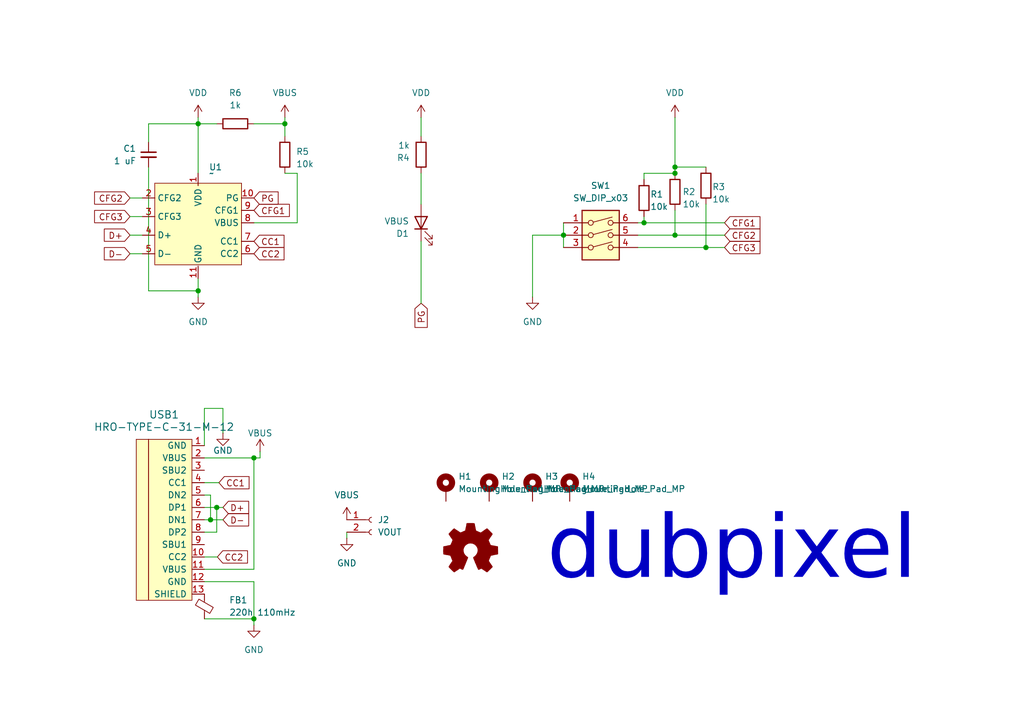
<source format=kicad_sch>
(kicad_sch (version 20231120) (generator "eeschema") (generator_version "8.0")
  (paper "A5")
  (lib_symbols
    (symbol "Connector:Conn_01x02_Socket" (pin_names (offset 1.016) hide)
      (property "Reference" "J" (at 0 2.54 0))
      (property "Value" "Conn_01x02_Socket" (at 0 -5.08 0))
      (symbol "Conn_01x02_Socket_1_1"
        (arc (start 0 -2.032) (mid -0.5058 -2.54) (end 0 -3.048) (stroke (width 0.1524)))
        (polyline (pts (xy -1.27 -2.54) (xy -0.508 -2.54)) (stroke (width 0.1524)))
        (polyline (pts (xy -1.27 0) (xy -0.508 0)) (stroke (width 0.1524)))
        (arc (start 0 0.508) (mid -0.5058 0) (end 0 -0.508) (stroke (width 0.1524)))
        (pin passive line (at -5.08 0 0) (length 3.81) (name "Pin_1") (number "1"))
        (pin passive line (at -5.08 -2.54 0) (length 3.81) (name "Pin_2") (number "2"))
      )
    )
    (symbol "DPX_IC:CH224K"
      (property "Reference" "U" (at 0 0 0))
      (symbol "CH224K_1_1"
        (rectangle (start -8.89 8.128) (end 8.89 -8.636) (fill (type background)))
        (pin input line (at 0 10.16 270) (length 2.54) (name "VDD") (number "1"))
        (pin input line (at 11.43 5.08 180) (length 2.54) (name "PG") (number "10"))
        (pin bidirectional line (at 0 -11.43 90) (length 2.54) (name "GND") (number "11"))
        (pin input line (at -11.43 5.08 0) (length 2.54) (name "CFG2") (number "2"))
        (pin input line (at -11.43 1.27 0) (length 2.54) (name "CFG3") (number "3"))
        (pin input line (at -11.43 -2.54 0) (length 2.54) (name "D+") (number "4"))
        (pin input line (at -11.43 -6.35 0) (length 2.54) (name "D-") (number "5"))
        (pin input line (at 11.43 -6.35 180) (length 2.54) (name "CC2") (number "6"))
        (pin input line (at 11.43 -3.81 180) (length 2.54) (name "CC1") (number "7"))
        (pin bidirectional line (at 11.43 0 180) (length 2.54) (name "VBUS") (number "8"))
        (pin input line (at 11.43 2.54 180) (length 2.54) (name "CFG1") (number "9"))
      )
    )
    (symbol "DPX_POOP:C_Small" (pin_numbers hide) (pin_names (offset 0.254) hide)
      (property "Reference" "C" (at 0.254 1.778 0))
      (property "Value" "C_Small" (at 0.254 -2.032 0))
      (symbol "C_Small_0_1"
        (polyline (pts (xy -1.524 -0.508) (xy 1.524 -0.508)) (stroke (width 0.3302)))
        (polyline (pts (xy -1.524 0.508) (xy 1.524 0.508)) (stroke (width 0.3048)))
      )
      (symbol "C_Small_1_1"
        (pin passive line (at 0 2.54 270) (length 2.032) (name "~") (number "1"))
        (pin passive line (at 0 -2.54 90) (length 2.032) (name "~") (number "2"))
      )
    )
    (symbol "DPX_USB:HRO-TYPE-C-31-M-12" (pin_names (offset 1.016))
      (property "Reference" "USB" (at -5.08 16.51 0))
      (property "Value" "HRO-TYPE-C-31-M-12" (at -10.16 -1.27 90))
      (symbol "HRO-TYPE-C-31-M-12_0_1"
        (rectangle (start -11.43 15.24) (end -8.89 -17.78) (fill (type background)))
        (rectangle (start 0 -17.78) (end -8.89 15.24) (fill (type background)))
      )
      (symbol "HRO-TYPE-C-31-M-12_1_1"
        (pin input line (at 2.54 13.97 180) (length 2.54) (name "GND") (number "1"))
        (pin input line (at 2.54 -8.89 180) (length 2.54) (name "CC2") (number "10"))
        (pin input line (at 2.54 -11.43 180) (length 2.54) (name "VBUS") (number "11"))
        (pin input line (at 2.54 -13.97 180) (length 2.54) (name "GND") (number "12"))
        (pin input line (at 2.54 -16.51 180) (length 2.54) (name "SHIELD") (number "13"))
        (pin input line (at 2.54 11.43 180) (length 2.54) (name "VBUS") (number "2"))
        (pin input line (at 2.54 8.89 180) (length 2.54) (name "SBU2") (number "3"))
        (pin input line (at 2.54 6.35 180) (length 2.54) (name "CC1") (number "4"))
        (pin input line (at 2.54 3.81 180) (length 2.54) (name "DN2") (number "5"))
        (pin input line (at 2.54 1.27 180) (length 2.54) (name "DP1") (number "6"))
        (pin input line (at 2.54 -1.27 180) (length 2.54) (name "DN1") (number "7"))
        (pin input line (at 2.54 -3.81 180) (length 2.54) (name "DP2") (number "8"))
        (pin input line (at 2.54 -6.35 180) (length 2.54) (name "SBU1") (number "9"))
      )
    )
    (symbol "Device:FerriteBead_Small" (pin_numbers hide) (pin_names (offset 0))
      (property "Reference" "FB" (at 1.905 1.27 0))
      (property "Value" "FerriteBead_Small" (at 1.905 -1.27 0))
      (symbol "FerriteBead_Small_0_1"
        (polyline (pts (xy 0 -1.27) (xy 0 -0.7874)))
        (polyline (pts (xy 0 0.889) (xy 0 1.2954)))
        (polyline (pts (xy -1.8288 0.2794) (xy -1.1176 1.4986) (xy 1.8288 -0.2032) (xy 1.1176 -1.4224) (xy -1.8288 0.2794)))
      )
      (symbol "FerriteBead_Small_1_1"
        (pin passive line (at 0 2.54 270) (length 1.27) (name "~") (number "1"))
        (pin passive line (at 0 -2.54 90) (length 1.27) (name "~") (number "2"))
      )
    )
    (symbol "Device:LED" (pin_numbers hide) (pin_names (offset 1.016) hide)
      (property "Reference" "D" (at 0 2.54 0))
      (property "Value" "LED" (at 0 -2.54 0))
      (symbol "LED_0_1"
        (polyline (pts (xy -1.27 -1.27) (xy -1.27 1.27)) (stroke (width 0.254)))
        (polyline (pts (xy -1.27 0) (xy 1.27 0)))
        (polyline (pts (xy 1.27 -1.27) (xy 1.27 1.27) (xy -1.27 0) (xy 1.27 -1.27)) (stroke (width 0.254)))
        (polyline (pts (xy -3.048 -0.762) (xy -4.572 -2.286) (xy -3.81 -2.286) (xy -4.572 -2.286) (xy -4.572 -1.524)))
        (polyline (pts (xy -1.778 -0.762) (xy -3.302 -2.286) (xy -2.54 -2.286) (xy -3.302 -2.286) (xy -3.302 -1.524)))
      )
      (symbol "LED_1_1"
        (pin passive line (at -3.81 0 0) (length 2.54) (name "K") (number "1"))
        (pin passive line (at 3.81 0 180) (length 2.54) (name "A") (number "2"))
      )
    )
    (symbol "Device:R" (pin_numbers hide) (pin_names (offset 0))
      (property "Reference" "R" (at 2.032 0 90))
      (property "Value" "R" (at 0 0 90))
      (symbol "R_0_1"
        (rectangle (start -1.016 -2.54) (end 1.016 2.54) (stroke (width 0.254)))
      )
      (symbol "R_1_1"
        (pin passive line (at 0 3.81 270) (length 1.27) (name "~") (number "1"))
        (pin passive line (at 0 -3.81 90) (length 1.27) (name "~") (number "2"))
      )
    )
    (symbol "Graphic:Logo_Open_Hardware_Small" (in_bom no) (on_board no)
      (symbol "Logo_Open_Hardware_Small_0_1"
        (polyline (pts (xy 3.3528 -4.3434) (xy 3.302 -4.318) (xy 3.175 -4.2418) (xy 2.9972 -4.1148) (xy 2.7686 -3.9624) (xy 2.54 -3.81) (xy 2.3622 -3.7084) (xy 2.2352 -3.6068) (xy 2.1844 -3.5814) (xy 2.159 -3.6068) (xy 2.0574 -3.6576) (xy 1.905 -3.7338) (xy 1.8034 -3.7846) (xy 1.6764 -3.8354) (xy 1.6002 -3.8354) (xy 1.6002 -3.8354) (xy 1.5494 -3.7338) (xy 1.4732 -3.5306) (xy 1.3462 -3.302) (xy 1.2446 -3.0226) (xy 1.1176 -2.7178) (xy 0.9652 -2.413) (xy 0.8636 -2.1082) (xy 0.7366 -1.8288) (xy 0.6604 -1.6256) (xy 0.6096 -1.4732) (xy 0.5842 -1.397) (xy 0.5842 -1.397) (xy 0.6604 -1.3208) (xy 0.7874 -1.2446) (xy 1.0414 -1.016) (xy 1.2954 -0.6858) (xy 1.4478 -0.3302) (xy 1.524 0.0762) (xy 1.4732 0.4572) (xy 1.3208 0.8128) (xy 1.0668 1.143) (xy 0.762 1.3716) (xy 0.4064 1.524) (xy 0 1.5748) (xy -0.381 1.5494) (xy -0.7366 1.397) (xy -1.0668 1.143) (xy -1.2192 0.9906) (xy -1.397 0.6604) (xy -1.524 0.3048) (xy -1.524 0.2286) (xy -1.4986 -0.1778) (xy -1.397 -0.5334) (xy -1.1938 -0.8636) (xy -0.9144 -1.143) (xy -0.8636 -1.1684) (xy -0.7366 -1.27) (xy -0.635 -1.3462) (xy -0.5842 -1.397) (xy -1.0668 -2.5908) (xy -1.143 -2.794) (xy -1.2954 -3.1242) (xy -1.397 -3.4036) (xy -1.4986 -3.6322) (xy -1.5748 -3.7846) (xy -1.6002 -3.8354) (xy -1.6002 -3.8354) (xy -1.651 -3.8354) (xy -1.7272 -3.81) (xy -1.905 -3.7338) (xy -2.0066 -3.683) (xy -2.1336 -3.6068) (xy -2.2098 -3.5814) (xy -2.2606 -3.6068) (xy -2.3622 -3.683) (xy -2.54 -3.81) (xy -2.7686 -3.9624) (xy -2.9718 -4.0894) (xy -3.1496 -4.2164) (xy -3.302 -4.318) (xy -3.3528 -4.3434) (xy -3.3782 -4.3434) (xy -3.429 -4.318) (xy -3.5306 -4.2164) (xy -3.7084 -4.064) (xy -3.937 -3.8354) (xy -3.9624 -3.81) (xy -4.1656 -3.6068) (xy -4.318 -3.4544) (xy -4.4196 -3.3274) (xy -4.445 -3.2766) (xy -4.445 -3.2766) (xy -4.4196 -3.2258) (xy -4.318 -3.0734) (xy -4.2164 -2.8956) (xy -4.064 -2.667) (xy -3.6576 -2.0828) (xy -3.8862 -1.5494) (xy -3.937 -1.3716) (xy -4.0386 -1.1684) (xy -4.0894 -1.0414) (xy -4.1148 -0.9652) (xy -4.191 -0.9398) (xy -4.318 -0.9144) (xy -4.5466 -0.8636) (xy -4.8006 -0.8128) (xy -5.0546 -0.7874) (xy -5.2578 -0.7366) (xy -5.4356 -0.7112) (xy -5.5118 -0.6858) (xy -5.5118 -0.6858) (xy -5.5372 -0.635) (xy -5.5372 -0.5588) (xy -5.5372 -0.4318) (xy -5.5626 -0.2286) (xy -5.5626 0.0762) (xy -5.5626 0.127) (xy -5.5372 0.4064) (xy -5.5372 0.635) (xy -5.5372 0.762) (xy -5.5372 0.8382) (xy -5.5372 0.8382) (xy -5.461 0.8382) (xy -5.3086 0.889) (xy -5.08 0.9144) (xy -4.826 0.9652) (xy -4.8006 0.9906) (xy -4.5466 1.0414) (xy -4.318 1.0668) (xy -4.1656 1.1176) (xy -4.0894 1.143) (xy -4.0894 1.143) (xy -4.0386 1.2446) (xy -3.9624 1.4224) (xy -3.8608 1.6256) (xy -3.7846 1.8288) (xy -3.7084 2.0066) (xy -3.6576 2.159) (xy -3.6322 2.2098) (xy -3.6322 2.2098) (xy -3.683 2.286) (xy -3.7592 2.413) (xy -3.8862 2.5908) (xy -4.064 2.8194) (xy -4.064 2.8448) (xy -4.2164 3.0734) (xy -4.3434 3.2512) (xy -4.4196 3.3782) (xy -4.445 3.4544) (xy -4.445 3.4544) (xy -4.3942 3.5052) (xy -4.2926 3.6322) (xy -4.1148 3.81) (xy -3.937 4.0132) (xy -3.8608 4.064) (xy -3.6576 4.2926) (xy -3.5052 4.4196) (xy -3.4036 4.4958) (xy -3.3528 4.5212) (xy -3.3528 4.5212) (xy -3.302 4.4704) (xy -3.1496 4.3688) (xy -2.9718 4.2418) (xy -2.7432 4.0894) (xy -2.7178 4.0894) (xy -2.4892 3.937) (xy -2.3114 3.81) (xy -2.1844 3.7084) (xy -2.1336 3.683) (xy -2.1082 3.683) (xy -2.032 3.7084) (xy -1.8542 3.7592) (xy -1.6764 3.8354) (xy -1.4732 3.937) (xy -1.27 4.0132) (xy -1.143 4.064) (xy -1.0668 4.1148) (xy -1.0668 4.1148) (xy -1.0414 4.191) (xy -1.016 4.3434) (xy -0.9652 4.572) (xy -0.9144 4.8514) (xy -0.889 4.9022) (xy -0.8382 5.1562) (xy -0.8128 5.3848) (xy -0.7874 5.5372) (xy -0.762 5.588) (xy -0.7112 5.6134) (xy -0.5842 5.6134) (xy -0.4064 5.6134) (xy -0.1524 5.6134) (xy 0.0762 5.6134) (xy 0.3302 5.6134) (xy 0.5334 5.6134) (xy 0.6858 5.588) (xy 0.7366 5.588) (xy 0.7366 5.588) (xy 0.762 5.5118) (xy 0.8128 5.334) (xy 0.8382 5.1054) (xy 0.9144 4.826) (xy 0.9144 4.7752) (xy 0.9652 4.5212) (xy 1.016 4.2926) (xy 1.0414 4.1402) (xy 1.0668 4.0894) (xy 1.0668 4.0894) (xy 1.1938 4.0386) (xy 1.3716 3.9624) (xy 1.5748 3.8608) (xy 2.0828 3.6576) (xy 2.7178 4.0894) (xy 2.7686 4.1402) (xy 2.9972 4.2926) (xy 3.175 4.4196) (xy 3.302 4.4958) (xy 3.3782 4.5212) (xy 3.3782 4.5212) (xy 3.429 4.4704) (xy 3.556 4.3434) (xy 3.7338 4.191) (xy 3.9116 3.9878) (xy 4.064 3.8354) (xy 4.2418 3.6576) (xy 4.3434 3.556) (xy 4.4196 3.4798) (xy 4.4196 3.429) (xy 4.4196 3.4036) (xy 4.3942 3.3274) (xy 4.2926 3.2004) (xy 4.1656 2.9972) (xy 4.0132 2.794) (xy 3.8862 2.5908) (xy 3.7592 2.3876) (xy 3.6576 2.2352) (xy 3.6322 2.159) (xy 3.6322 2.1336) (xy 3.683 2.0066) (xy 3.7592 1.8288) (xy 3.8608 1.6002) (xy 4.064 1.1176) (xy 4.3942 1.0414) (xy 4.5974 1.016) (xy 4.8768 0.9652) (xy 5.1308 0.9144) (xy 5.5372 0.8382) (xy 5.5626 -0.6604) (xy 5.4864 -0.6858) (xy 5.4356 -0.6858) (xy 5.2832 -0.7366) (xy 5.0546 -0.762) (xy 4.8006 -0.8128) (xy 4.5974 -0.8636) (xy 4.3688 -0.9144) (xy 4.2164 -0.9398) (xy 4.1402 -0.9398) (xy 4.1148 -0.9652) (xy 4.064 -1.0668) (xy 3.9878 -1.2446) (xy 3.9116 -1.4478) (xy 3.81 -1.651) (xy 3.7338 -1.8542) (xy 3.683 -2.0066) (xy 3.6576 -2.0828) (xy 3.683 -2.1336) (xy 3.7846 -2.2606) (xy 3.8862 -2.4638) (xy 4.0386 -2.667) (xy 4.191 -2.8956) (xy 4.318 -3.0734) (xy 4.3942 -3.2004) (xy 4.445 -3.2766) (xy 4.4196 -3.3274) (xy 4.3434 -3.429) (xy 4.1656 -3.5814) (xy 3.937 -3.8354) (xy 3.8862 -3.8608) (xy 3.683 -4.064) (xy 3.5306 -4.2164) (xy 3.4036 -4.318) (xy 3.3528 -4.3434)) (fill (type outline)))
      )
    )
    (symbol "Mechanical:MountingHole_Pad_MP" (pin_numbers hide) (pin_names (offset 1.016) hide) (exclude_from_sim yes) (in_bom no)
      (property "Reference" "H" (at 0 6.35 0))
      (property "Value" "MountingHole_Pad_MP" (at 0 4.445 0))
      (symbol "MountingHole_Pad_MP_0_1"
        (circle (center 0 1.27) (radius 1.27) (stroke (width 1.27)))
      )
      (symbol "MountingHole_Pad_MP_1_1"
        (pin input line (at 0 -2.54 90) (length 2.54) (name "MP") (number "MP"))
      )
    )
    (symbol "Switch:SW_DIP_x03" (pin_names (offset 0) hide)
      (property "Reference" "SW" (at 0 6.35 0))
      (property "Value" "SW_DIP_x03" (at 0 -6.35 0))
      (symbol "SW_DIP_x03_0_0"
        (circle (center -2.032 -2.54) (radius 0.508))
        (circle (center -2.032 0) (radius 0.508))
        (circle (center -2.032 2.54) (radius 0.508))
        (polyline (pts (xy -1.524 -2.413) (xy 2.3622 -1.3716)))
        (polyline (pts (xy -1.524 0.127) (xy 2.3622 1.1684)))
        (polyline (pts (xy -1.524 2.667) (xy 2.3622 3.7084)))
        (circle (center 2.032 -2.54) (radius 0.508))
        (circle (center 2.032 0) (radius 0.508))
        (circle (center 2.032 2.54) (radius 0.508))
      )
      (symbol "SW_DIP_x03_0_1"
        (rectangle (start -3.81 5.08) (end 3.81 -5.08) (stroke (width 0.254)) (fill (type background)))
      )
      (symbol "SW_DIP_x03_1_1"
        (pin passive line (at -7.62 2.54 0) (length 5.08) (name "~") (number "1"))
        (pin passive line (at -7.62 0 0) (length 5.08) (name "~") (number "2"))
        (pin passive line (at -7.62 -2.54 0) (length 5.08) (name "~") (number "3"))
        (pin passive line (at 7.62 -2.54 180) (length 5.08) (name "~") (number "4"))
        (pin passive line (at 7.62 0 180) (length 5.08) (name "~") (number "5"))
        (pin passive line (at 7.62 2.54 180) (length 5.08) (name "~") (number "6"))
      )
    )
    (symbol "power:GND" (power) (pin_numbers hide) (pin_names (offset 0) hide)
      (property "Value" "GND" (at 0 -3.81 0))
      (symbol "GND_0_1"
        (polyline (pts (xy 0 0) (xy 0 -1.27) (xy 1.27 -1.27) (xy 0 -2.54) (xy -1.27 -1.27) (xy 0 -1.27)))
      )
      (symbol "GND_1_1"
        (pin power_in line (at 0 0 270) (length 0) (name "~") (number "1"))
      )
    )
    (symbol "power:VBUS" (power) (pin_numbers hide) (pin_names (offset 0) hide)
      (property "Value" "VBUS" (at 0 3.556 0))
      (symbol "VBUS_0_1"
        (polyline (pts (xy -0.762 1.27) (xy 0 2.54)))
        (polyline (pts (xy 0 0) (xy 0 2.54)))
        (polyline (pts (xy 0 2.54) (xy 0.762 1.27)))
      )
      (symbol "VBUS_1_1"
        (pin power_in line (at 0 0 90) (length 0) (name "~") (number "1"))
      )
    )
    (symbol "power:VDD" (power) (pin_numbers hide) (pin_names (offset 0) hide)
      (property "Value" "VDD" (at 0 3.556 0))
      (symbol "VDD_0_1"
        (polyline (pts (xy -0.762 1.27) (xy 0 2.54)))
        (polyline (pts (xy 0 0) (xy 0 2.54)))
        (polyline (pts (xy 0 2.54) (xy 0.762 1.27)))
      )
      (symbol "VDD_1_1"
        (pin power_in line (at 0 0 90) (length 0) (name "~") (number "1"))
      )
    )
  )
  (junction (at 138.43 34.29))
  (junction (at 115.57 48.26))
  (junction (at 52.07 93.98))
  (junction (at 43.18 106.68))
  (junction (at 52.07 127))
  (junction (at 132.08 45.72))
  (junction (at 40.64 25.4))
  (junction (at 44.45 104.14))
  (junction (at 138.43 35.56))
  (junction (at 144.78 50.8))
  (junction (at 138.43 48.26))
  (junction (at 40.64 59.69))
  (junction (at 58.42 25.4))
  (wire (pts (xy 115.57 45.72) (xy 115.57 48.26)))
  (wire (pts (xy 86.36 35.56) (xy 86.36 41.91)))
  (wire (pts (xy 130.81 45.72) (xy 132.08 45.72)))
  (wire (pts (xy 44.5744 114.3) (xy 41.91 114.3)))
  (wire (pts (xy 40.64 59.69) (xy 40.64 60.96)))
  (wire (pts (xy 60.96 45.72) (xy 60.96 35.56)))
  (wire (pts (xy 52.07 45.72) (xy 60.96 45.72)))
  (wire (pts (xy 58.42 24.13) (xy 58.42 25.4)))
  (wire (pts (xy 130.81 48.26) (xy 138.43 48.26)))
  (wire (pts (xy 138.43 43.18) (xy 138.43 48.26)))
  (wire (pts (xy 115.57 48.26) (xy 109.22 48.26)))
  (wire (pts (xy 86.36 49.53) (xy 86.36 62.23)))
  (wire (pts (xy 52.07 93.98) (xy 53.34 93.98)))
  (wire (pts (xy 26.67 44.45) (xy 29.21 44.45)))
  (wire (pts (xy 144.78 41.91) (xy 144.78 50.8)))
  (wire (pts (xy 86.36 24.13) (xy 86.36 27.94)))
  (wire (pts (xy 44.45 109.22) (xy 44.45 104.14)))
  (wire (pts (xy 52.07 127) (xy 52.07 128.27)))
  (wire (pts (xy 40.64 59.69) (xy 30.48 59.69)))
  (wire (pts (xy 41.91 93.98) (xy 52.07 93.98)))
  (wire (pts (xy 132.08 44.45) (xy 132.08 45.72)))
  (wire (pts (xy 41.91 91.44) (xy 41.91 83.82)))
  (wire (pts (xy 52.07 25.4) (xy 58.42 25.4)))
  (wire (pts (xy 30.48 34.29) (xy 30.48 59.69)))
  (wire (pts (xy 44.45 104.14) (xy 45.72 104.14)))
  (wire (pts (xy 26.67 48.26) (xy 29.21 48.26)))
  (wire (pts (xy 132.08 45.72) (xy 148.59 45.72)))
  (wire (pts (xy 60.96 35.56) (xy 58.42 35.56)))
  (wire (pts (xy 41.91 101.6) (xy 43.18 101.6)))
  (wire (pts (xy 44.8976 99.06) (xy 41.91 99.06)))
  (wire (pts (xy 41.91 109.22) (xy 44.45 109.22)))
  (wire (pts (xy 40.64 25.4) (xy 40.64 24.13)))
  (wire (pts (xy 30.48 25.4) (xy 40.64 25.4)))
  (wire (pts (xy 138.43 48.26) (xy 148.59 48.26)))
  (wire (pts (xy 132.08 36.83) (xy 132.08 35.56)))
  (wire (pts (xy 41.91 106.68) (xy 43.18 106.68)))
  (wire (pts (xy 52.07 93.98) (xy 52.07 116.84)))
  (wire (pts (xy 53.34 93.98) (xy 53.34 92.71)))
  (wire (pts (xy 58.42 25.4) (xy 58.42 27.94)))
  (wire (pts (xy 138.43 34.29) (xy 144.78 34.29)))
  (wire (pts (xy 132.08 35.56) (xy 138.43 35.56)))
  (wire (pts (xy 138.43 34.29) (xy 138.43 35.56)))
  (wire (pts (xy 130.81 50.8) (xy 144.78 50.8)))
  (wire (pts (xy 144.78 50.8) (xy 148.59 50.8)))
  (wire (pts (xy 26.67 52.07) (xy 29.21 52.07)))
  (wire (pts (xy 41.91 104.14) (xy 44.45 104.14)))
  (wire (pts (xy 41.91 83.82) (xy 45.72 83.82)))
  (wire (pts (xy 41.91 127) (xy 52.07 127)))
  (wire (pts (xy 52.07 119.38) (xy 52.07 127)))
  (wire (pts (xy 26.67 40.64) (xy 29.21 40.64)))
  (wire (pts (xy 40.64 25.4) (xy 40.64 35.56)))
  (wire (pts (xy 138.43 24.13) (xy 138.43 34.29)))
  (wire (pts (xy 115.57 48.26) (xy 115.57 50.8)))
  (wire (pts (xy 40.64 57.15) (xy 40.64 59.69)))
  (wire (pts (xy 41.91 116.84) (xy 52.07 116.84)))
  (wire (pts (xy 43.18 106.68) (xy 45.72 106.68)))
  (wire (pts (xy 41.91 119.38) (xy 52.07 119.38)))
  (wire (pts (xy 43.18 101.6) (xy 43.18 106.68)))
  (wire (pts (xy 109.22 48.26) (xy 109.22 60.96)))
  (wire (pts (xy 40.64 25.4) (xy 44.45 25.4)))
  (wire (pts (xy 71.12 109.22) (xy 71.12 110.49)))
  (wire (pts (xy 30.48 25.4) (xy 30.48 29.21)))
  (wire (pts (xy 45.72 83.82) (xy 45.72 88.9)))
  (text "dubpixel" (at 150.114 116.586 0) (effects (font (size 12.7 12.7))))
  (global_label "PG" (shape input) (at 86.36 62.23 270) (property "Intersheetrefs" "${INTERSHEET_REFS}" (effects (hide yes))))
  (global_label "CFG1" (shape input) (at 148.59 45.72 0) (property "Intersheetrefs" "${INTERSHEET_REFS}" (effects (hide yes))))
  (global_label "D+" (shape input) (at 45.72 104.14 0) (property "Intersheetrefs" "${INTERSHEET_REFS}" (effects (hide yes))))
  (global_label "CFG2" (shape input) (at 26.67 40.64 180) (property "Intersheetrefs" "${INTERSHEET_REFS}" (effects (hide yes))))
  (global_label "CC2" (shape input) (at 52.07 52.07 0) (property "Intersheetrefs" "${INTERSHEET_REFS}" (effects (hide yes))))
  (global_label "D-" (shape input) (at 26.67 52.07 180) (property "Intersheetrefs" "${INTERSHEET_REFS}" (effects (hide yes))))
  (global_label "PG" (shape input) (at 52.07 40.64 0) (property "Intersheetrefs" "${INTERSHEET_REFS}" (effects (hide yes))))
  (global_label "D-" (shape input) (at 45.72 106.68 0) (property "Intersheetrefs" "${INTERSHEET_REFS}" (effects (hide yes))))
  (global_label "CFG2" (shape input) (at 148.59 48.26 0) (property "Intersheetrefs" "${INTERSHEET_REFS}" (effects (hide yes))))
  (global_label "CFG3" (shape input) (at 148.59 50.8 0) (property "Intersheetrefs" "${INTERSHEET_REFS}" (effects (hide yes))))
  (global_label "CC1" (shape input) (at 44.8976 99.06 0) (property "Intersheetrefs" "${INTERSHEET_REFS}" (effects (hide yes))))
  (global_label "D+" (shape input) (at 26.67 48.26 180) (property "Intersheetrefs" "${INTERSHEET_REFS}" (effects (hide yes))))
  (global_label "CC1" (shape input) (at 52.07 49.53 0) (property "Intersheetrefs" "${INTERSHEET_REFS}" (effects (hide yes))))
  (global_label "CC2" (shape input) (at 44.5744 114.3 0) (property "Intersheetrefs" "${INTERSHEET_REFS}" (effects (hide yes))))
  (global_label "CFG1" (shape input) (at 52.07 43.18 0) (property "Intersheetrefs" "${INTERSHEET_REFS}" (effects (hide yes))))
  (global_label "CFG3" (shape input) (at 26.67 44.45 180) (property "Intersheetrefs" "${INTERSHEET_REFS}" (effects (hide yes))))
  (symbol (lib_id "power:GND") (at 40.64 60.96 0) (unit 1)
    (property "Reference" "#PWR011" (effects (hide yes)))
    (property "Value" "GND" (at 40.64 66.04 0))
    (property "Description" "Power symbol creates a global label with name \"GND\" , ground" (effects (hide yes)))
  )
  (symbol (lib_id "power:GND") (at 52.07 128.27 0) (unit 1)
    (property "Reference" "#PWR04" (effects (hide yes)))
    (property "Value" "GND" (at 52.07 133.35 0))
    (property "Description" "Power symbol creates a global label with name \"GND\" , ground" (effects (hide yes)))
  )
  (symbol (lib_id "power:VDD") (at 138.43 24.13 0) (unit 1)
    (property "Reference" "#PWR01" (effects (hide yes)))
    (property "Value" "VDD" (at 138.43 19.05 0))
    (property "Description" "Power symbol creates a global label with name \"VDD\"" (effects (hide yes)))
  )
  (symbol (lib_id "Mechanical:MountingHole_Pad_MP") (at 109.22 100.33 0) (unit 1) (exclude_from_sim yes) (in_bom no)
    (property "Reference" "H3" (at 111.76 97.7899 0) (effects (justify left)))
    (property "Value" "MountingHole_Pad_MP" (at 111.76 100.3299 0) (effects (justify left)))
    (property "Footprint" "MountingHole:MountingHole_2.2mm_M2_ISO7380_Pad_TopBottom" (effects (hide yes)))
    (property "Description" "Mounting Hole with connection as pad named MP" (effects (hide yes)))
  )
  (symbol (lib_id "Mechanical:MountingHole_Pad_MP") (at 91.44 100.33 0) (unit 1) (exclude_from_sim yes) (in_bom no)
    (property "Reference" "H1" (at 93.98 97.7899 0) (effects (justify left)))
    (property "Value" "MountingHole_Pad_MP" (at 93.98 100.3299 0) (effects (justify left)))
    (property "Footprint" "MountingHole:MountingHole_2.2mm_M2_ISO7380_Pad_TopBottom" (effects (hide yes)))
    (property "Description" "Mounting Hole with connection as pad named MP" (effects (hide yes)))
  )
  (symbol (lib_id "Device:R") (at 138.43 39.37 0) (unit 1)
    (property "Reference" "R2" (at 139.954 39.37 0) (effects (justify left)))
    (property "Value" "10k" (at 139.954 41.91 0) (effects (justify left)))
    (property "Footprint" "Resistor_SMD:R_0805_2012Metric_Pad1.20x1.40mm_HandSolder" (effects (hide yes)))
    (property "LCSC" "C17414" (effects (hide yes)))
    (property "LCPART" "C17414" (effects (hide yes)))
  )
  (symbol (lib_id "Device:R") (at 86.36 31.75 180) (unit 1)
    (property "Reference" "R4" (at 84.074 32.385 0) (effects (justify left)))
    (property "Value" "1k" (at 84.074 29.845 0) (effects (justify left)))
    (property "Footprint" "Resistor_SMD:R_0805_2012Metric_Pad1.20x1.40mm_HandSolder" (effects (hide yes)))
    (property "LCSC" "C17513" (effects (hide yes)))
    (property "LCPART" "C17513" (effects (hide yes)))
  )
  (symbol (lib_id "power:VBUS") (at 71.12 106.68 0) (unit 1)
    (property "Reference" "#PWR07" (effects (hide yes)))
    (property "Value" "VBUS" (at 71.12 101.6 0))
    (property "Description" "Power symbol creates a global label with name \"VBUS\"" (effects (hide yes)))
  )
  (symbol (lib_id "Device:R") (at 132.08 40.64 0) (unit 1)
    (property "Reference" "R1" (at 133.35 39.878 0) (effects (justify left)))
    (property "Value" "10k" (at 133.35 42.418 0) (effects (justify left)))
    (property "Footprint" "Resistor_SMD:R_0805_2012Metric_Pad1.20x1.40mm_HandSolder" (effects (hide yes)))
    (property "LCSC" "C17414" (effects (hide yes)))
    (property "LCPART" "C17414" (effects (hide yes)))
  )
  (symbol (lib_id "DPX_IC:CH224K") (at 40.64 45.72 0) (unit 1)
    (property "Reference" "U1" (at 42.8341 34.29 0) (effects (justify left)))
    (property "Value" "~" (at 42.8341 35.56 0) (effects (justify left)))
    (property "Footprint" "Package_SO:SSOP-10-1EP_3.9x4.9mm_P1mm_EP2.1x3.3mm_ThermalVias" (effects (hide yes)))
    (property "LCPART" "C970725" (effects (hide yes)))
    (property "LCSC" "C970725" (effects (hide yes)))
  )
  (symbol (lib_id "Switch:SW_DIP_x03") (at 123.19 48.26 0) (unit 1)
    (property "Reference" "SW1" (at 123.19 38.1 0))
    (property "Value" "SW_DIP_x03" (at 123.19 40.64 0))
    (property "Footprint" "DPX_CONTROL:SP-03P" (effects (hide yes)))
    (property "Description" "3x DIP Switch, Single Pole Single Throw (SPST) switch, small symbol" (effects (hide yes)))
    (property "LCPART" "C5160895" (effects (hide yes)))
    (property "LCSC" "C5160895" (effects (hide yes)))
  )
  (symbol (lib_id "Device:LED") (at 86.36 45.72 90) (unit 1)
    (property "Reference" "D1" (at 83.9216 47.9425 90) (effects (justify left)))
    (property "Value" "VBUS" (at 83.9216 45.4025 90) (effects (justify left)))
    (property "Footprint" "DPX_LED:LED_0805_2012Metric_Pad1.15x1.40mm_HandSolder" (effects (hide yes)))
    (property "LCSC" "C2297" (effects (hide yes)))
    (property "LCPART" "C2297" (effects (hide yes)))
  )
  (symbol (lib_id "Device:R") (at 144.78 38.1 0) (unit 1)
    (property "Reference" "R3" (at 146.05 38.354 0) (effects (justify left)))
    (property "Value" "10k" (at 146.05 40.894 0) (effects (justify left)))
    (property "Footprint" "Resistor_SMD:R_0805_2012Metric_Pad1.20x1.40mm_HandSolder" (effects (hide yes)))
    (property "LCSC" "C17414" (effects (hide yes)))
    (property "LCPART" "C17414" (effects (hide yes)))
  )
  (symbol (lib_id "Connector:Conn_01x02_Socket") (at 76.2 106.68 0) (unit 1)
    (property "Reference" "J2" (at 77.47 106.6799 0) (effects (justify left)))
    (property "Value" "VOUT" (at 77.47 109.2199 0) (effects (justify left)))
    (property "Footprint" "TerminalBlock_Phoenix:TerminalBlock_Phoenix_MKDS-1,5-2-5.08_1x02_P5.08mm_Horizontal" (effects (hide yes)))
    (property "Description" "Generic connector, single row, 01x02, script generated" (effects (hide yes)))
  )
  (symbol (lib_id "power:VBUS") (at 58.42 24.13 0) (unit 1)
    (property "Reference" "#PWR012" (effects (hide yes)))
    (property "Value" "VBUS" (at 58.42 19.05 0))
    (property "Description" "Power symbol creates a global label with name \"VBUS\"" (effects (hide yes)))
  )
  (symbol (lib_id "power:GND") (at 109.22 60.96 0) (unit 1)
    (property "Reference" "#PWR08" (effects (hide yes)))
    (property "Value" "GND" (at 109.22 66.04 0))
    (property "Description" "Power symbol creates a global label with name \"GND\" , ground" (effects (hide yes)))
  )
  (symbol (lib_id "Device:FerriteBead_Small") (at 41.91 124.46 0) (unit 1)
    (property "Reference" "FB1" (at 46.99 123.1518 0) (effects (justify left)))
    (property "Value" "220h 110mHz" (at 46.99 125.6918 0) (effects (justify left)))
    (property "Footprint" "DPX_USB:FERRITE_0603" (effects (hide yes)))
    (property "Description" "Ferrite bead, small symbol" (effects (hide yes)))
    (property "LCSC" "C80165" (effects (hide yes)))
    (property "LCPART" "C80165" (effects (hide yes)))
  )
  (symbol (lib_id "Mechanical:MountingHole_Pad_MP") (at 100.33 100.33 0) (unit 1) (exclude_from_sim yes) (in_bom no)
    (property "Reference" "H2" (at 102.87 97.7899 0) (effects (justify left)))
    (property "Value" "MountingHole_Pad_MP" (at 102.87 100.3299 0) (effects (justify left)))
    (property "Footprint" "MountingHole:MountingHole_2.2mm_M2_ISO7380_Pad_TopBottom" (effects (hide yes)))
    (property "Description" "Mounting Hole with connection as pad named MP" (effects (hide yes)))
  )
  (symbol (lib_id "power:VDD") (at 40.64 24.13 0) (unit 1)
    (property "Reference" "#PWR010" (effects (hide yes)))
    (property "Value" "VDD" (at 40.64 19.05 0))
    (property "Description" "Power symbol creates a global label with name \"VDD\"" (effects (hide yes)))
  )
  (symbol (lib_id "Graphic:Logo_Open_Hardware_Small") (at 96.52 113.03 0) (unit 1) (in_bom no)
    (property "Reference" "SYM1" (effects (hide yes)))
    (property "Value" "Logo_Open_Hardware_Small" (effects (hide yes)))
    (property "Footprint" "DPX_LIBRARY:OSHW-LogoNT_7.3x6mm_Silk" (effects (hide yes)))
    (property "Description" "Open Hardware logo, small" (effects (hide yes)))
    (property "Sim.Enable" "0" (effects (hide yes)))
  )
  (symbol (lib_id "power:VBUS") (at 53.34 92.71 0) (unit 1)
    (property "Reference" "#PWR05" (effects (hide yes)))
    (property "Value" "VBUS" (at 53.34 88.9 0))
    (property "Description" "Power symbol creates a global label with name \"VBUS\"" (effects (hide yes)))
  )
  (symbol (lib_id "power:GND") (at 45.72 88.9 0) (unit 1)
    (property "Reference" "#PWR013" (effects (hide yes)))
    (property "Value" "GND" (at 45.72 92.456 0))
    (property "Description" "Power symbol creates a global label with name \"GND\" , ground" (effects (hide yes)))
  )
  (symbol (lib_id "Device:R") (at 48.26 25.4 270) (unit 1)
    (property "Reference" "R6" (at 48.26 19.05 90))
    (property "Value" "1k" (at 48.26 21.59 90))
    (property "Footprint" "Resistor_SMD:R_0805_2012Metric_Pad1.20x1.40mm_HandSolder" (effects (hide yes)))
    (property "LCSC" "C17513" (effects (hide yes)))
    (property "LCPART" "C17513" (effects (hide yes)))
  )
  (symbol (lib_id "Device:R") (at 58.42 31.75 0) (unit 1)
    (property "Reference" "R5" (at 60.706 31.115 0) (effects (justify left)))
    (property "Value" "10k" (at 60.706 33.655 0) (effects (justify left)))
    (property "Footprint" "Resistor_SMD:R_0805_2012Metric_Pad1.20x1.40mm_HandSolder" (effects (hide yes)))
    (property "LCSC" "C17414" (effects (hide yes)))
    (property "LCPART" "C17414" (effects (hide yes)))
  )
  (symbol (lib_id "DPX_USB:HRO-TYPE-C-31-M-12") (at 39.37 105.41 0) (unit 1)
    (property "Reference" "USB1" (at 33.655 85.09 0) (effects (font (size 1.524 1.524))))
    (property "Value" "HRO-TYPE-C-31-M-12" (at 33.655 87.63 0) (effects (font (size 1.524 1.524))))
    (property "Footprint" "DPX_USB:HRO-TYPE-C-31-M-12-Assembly" (effects (hide yes)))
    (property "LCPART" "C165948" (effects (hide yes)))
    (property "LCSC" "C165948" (effects (hide yes)))
  )
  (symbol (lib_id "power:GND") (at 71.12 110.49 0) (unit 1)
    (property "Reference" "#PWR06" (effects (hide yes)))
    (property "Value" "GND" (at 71.12 115.57 0))
    (property "Description" "Power symbol creates a global label with name \"GND\" , ground" (effects (hide yes)))
  )
  (symbol (lib_id "power:VDD") (at 86.36 24.13 0) (unit 1)
    (property "Reference" "#PWR09" (effects (hide yes)))
    (property "Value" "VDD" (at 86.36 19.05 0))
    (property "Description" "Power symbol creates a global label with name \"VDD\"" (effects (hide yes)))
  )
  (symbol (lib_id "DPX_POOP:C_Small") (at 30.48 31.75 0) (mirror y) (unit 1)
    (property "Reference" "C1" (at 27.94 30.4862 0) (effects (justify left)))
    (property "Value" "1 uF" (at 27.94 33.0262 0) (effects (justify left)))
    (property "Footprint" "Capacitor_SMD:C_0603_1608Metric_Pad1.08x0.95mm_HandSolder" (effects (hide yes)))
    (property "Description" "Unpolarized capacitor, small symbol" (effects (hide yes)))
    (property "LCPART" "C15849" (effects (hide yes)))
    (property "LCSC" "C15849" (effects (hide yes)))
  )
  (symbol (lib_id "Mechanical:MountingHole_Pad_MP") (at 116.84 100.33 0) (unit 1) (exclude_from_sim yes) (in_bom no)
    (property "Reference" "H4" (at 119.38 97.7899 0) (effects (justify left)))
    (property "Value" "MountingHole_Pad_MP" (at 119.38 100.3299 0) (effects (justify left)))
    (property "Footprint" "MountingHole:MountingHole_2.2mm_M2_ISO7380_Pad_TopBottom" (effects (hide yes)))
    (property "Description" "Mounting Hole with connection as pad named MP" (effects (hide yes)))
  )
)
</source>
